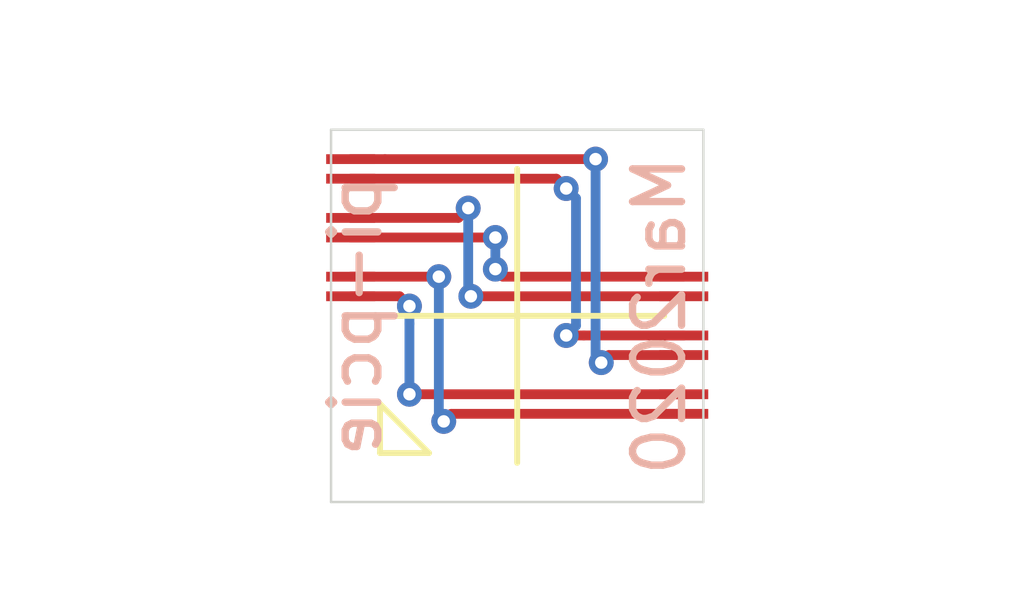
<source format=kicad_pcb>
(kicad_pcb (version 20171130) (host pcbnew 5.1.4+dfsg1-1)

  (general
    (thickness 1.6)
    (drawings 15)
    (tracks 44)
    (zones 0)
    (modules 12)
    (nets 7)
  )

  (page A4)
  (layers
    (0 F.Cu signal)
    (31 B.Cu signal)
    (34 B.Paste user)
    (35 F.Paste user)
    (36 B.SilkS user hide)
    (37 F.SilkS user hide)
    (38 B.Mask user)
    (39 F.Mask user)
    (44 Edge.Cuts user)
    (45 Margin user)
    (46 B.CrtYd user)
    (47 F.CrtYd user)
    (49 F.Fab user)
  )

  (setup
    (last_trace_width 0.2)
    (user_trace_width 0.2)
    (trace_clearance 0.2)
    (zone_clearance 0.508)
    (zone_45_only no)
    (trace_min 0.2)
    (via_size 0.255)
    (via_drill 0.254)
    (via_min_size 0.254)
    (via_min_drill 0.254)
    (user_via 0.255 0.254)
    (uvia_size 0.3)
    (uvia_drill 0.1)
    (uvias_allowed no)
    (uvia_min_size 0.2)
    (uvia_min_drill 0.1)
    (edge_width 0.05)
    (segment_width 0.2)
    (pcb_text_width 0.3)
    (pcb_text_size 1.5 1.5)
    (mod_edge_width 0.12)
    (mod_text_size 1 1)
    (mod_text_width 0.15)
    (pad_size 1.524 1.524)
    (pad_drill 0.762)
    (pad_to_mask_clearance 0.051)
    (solder_mask_min_width 0.25)
    (aux_axis_origin 80.2 60.2)
    (visible_elements FFFFFF7F)
    (pcbplotparams
      (layerselection 0x010fc_ffffffff)
      (usegerberextensions false)
      (usegerberattributes false)
      (usegerberadvancedattributes false)
      (creategerberjobfile false)
      (excludeedgelayer true)
      (linewidth 0.100000)
      (plotframeref false)
      (viasonmask false)
      (mode 1)
      (useauxorigin false)
      (hpglpennumber 1)
      (hpglpenspeed 20)
      (hpglpendiameter 15.000000)
      (psnegative false)
      (psa4output false)
      (plotreference true)
      (plotvalue true)
      (plotinvisibletext false)
      (padsonsilk false)
      (subtractmaskfromsilk false)
      (outputformat 1)
      (mirror false)
      (drillshape 1)
      (scaleselection 1)
      (outputdirectory ""))
  )

  (net 0 "")
  (net 1 /SSTX_PEXTX_P)
  (net 2 /SSTX_PEXTX_N)
  (net 3 /PEXRX_SSRX_P)
  (net 4 /PEXRX_SSRX_N)
  (net 5 /USB2D_PXECLK_P)
  (net 6 /USB2D_PXECLK_N)

  (net_class Default "This is the default net class."
    (clearance 0.2)
    (trace_width 0.2)
    (via_dia 0.255)
    (via_drill 0.254)
    (uvia_dia 0.3)
    (uvia_drill 0.1)
    (add_net /PEXRX_SSRX_N)
    (add_net /PEXRX_SSRX_P)
    (add_net /SSTX_PEXTX_N)
    (add_net /SSTX_PEXTX_P)
    (add_net /USB2D_PXECLK_N)
    (add_net /USB2D_PXECLK_P)
  )

  (module pi4-pcie-patch:PAD_0.2_1.0MM (layer F.Cu) (tedit 5E5C660F) (tstamp 5E5C7E90)
    (at 87.4 65.6)
    (path /5E5C9790)
    (fp_text reference TP22 (at 4.9 1.3) (layer F.Fab)
      (effects (font (size 1 1) (thickness 0.15)))
    )
    (fp_text value TestPoint (at -0.01 -1.21) (layer F.Fab) hide
      (effects (font (size 1 1) (thickness 0.15)))
    )
    (pad 1 smd rect (at 0 0) (size 1 0.2) (layers F.Cu F.Paste F.Mask)
      (net 6 /USB2D_PXECLK_N))
  )

  (module pi4-pcie-patch:PAD_0.2_1.0MM (layer F.Cu) (tedit 5E5C660F) (tstamp 5E5C7E9C)
    (at 87.4 66)
    (path /5E5C977A)
    (fp_text reference TP21 (at 5 2.2) (layer F.Fab)
      (effects (font (size 1 1) (thickness 0.15)))
    )
    (fp_text value TestPoint (at -0.01 -1.21) (layer F.Fab) hide
      (effects (font (size 1 1) (thickness 0.15)))
    )
    (pad 1 smd rect (at 0 0) (size 1 0.2) (layers F.Cu F.Paste F.Mask)
      (net 5 /USB2D_PXECLK_P))
  )

  (module pi4-pcie-patch:PAD_0.2_1.0MM (layer F.Cu) (tedit 5E5C660F) (tstamp 5E5C7E78)
    (at 87.4 63.2)
    (path /5E5C6549)
    (fp_text reference TP28 (at 5 -2.3) (layer F.Fab)
      (effects (font (size 1 1) (thickness 0.15)))
    )
    (fp_text value TestPoint (at -0.01 -1.21) (layer F.Fab) hide
      (effects (font (size 1 1) (thickness 0.15)))
    )
    (pad 1 smd rect (at 0 0) (size 1 0.2) (layers F.Cu F.Paste F.Mask)
      (net 4 /PEXRX_SSRX_N))
  )

  (module pi4-pcie-patch:PAD_0.2_1.0MM (layer F.Cu) (tedit 5E5C660F) (tstamp 5E5C7EA8)
    (at 87.4 63.6)
    (path /5E5C6533)
    (fp_text reference TP27 (at 5 -1.2) (layer F.Fab)
      (effects (font (size 1 1) (thickness 0.15)))
    )
    (fp_text value TestPoint (at -0.01 -1.21) (layer F.Fab) hide
      (effects (font (size 1 1) (thickness 0.15)))
    )
    (pad 1 smd rect (at 0 0) (size 1 0.2) (layers F.Cu F.Paste F.Mask)
      (net 3 /PEXRX_SSRX_P))
  )

  (module pi4-pcie-patch:PAD_0.2_1.0MM (layer F.Cu) (tedit 5E5C660F) (tstamp 5E5C7E84)
    (at 87.4 64.4)
    (path /5E5C5B5B)
    (fp_text reference TP25 (at 5 -0.6) (layer F.Fab)
      (effects (font (size 1 1) (thickness 0.15)))
    )
    (fp_text value TestPoint (at -0.01 -1.21) (layer F.Fab) hide
      (effects (font (size 1 1) (thickness 0.15)))
    )
    (pad 1 smd rect (at 0 0) (size 1 0.2) (layers F.Cu F.Paste F.Mask)
      (net 2 /SSTX_PEXTX_N))
  )

  (module pi4-pcie-patch:PAD_0.2_1.0MM (layer F.Cu) (tedit 5E5C660F) (tstamp 5E5C7E6C)
    (at 87.4 64.8)
    (path /5E5C521A)
    (fp_text reference TP24 (at 5 0.2) (layer F.Fab)
      (effects (font (size 1 1) (thickness 0.15)))
    )
    (fp_text value TestPoint (at -0.01 -1.21) (layer F.Fab) hide
      (effects (font (size 1 1) (thickness 0.15)))
    )
    (pad 1 smd rect (at 0 0) (size 1 0.2) (layers F.Cu F.Paste F.Mask)
      (net 1 /SSTX_PEXTX_P))
  )

  (module pi4-pcie-patch:PAD_0.2_1.0MM (layer F.Cu) (tedit 5E5C660F) (tstamp 5E5C7F6E)
    (at 80.6 63.6)
    (path /5E5C9786)
    (fp_text reference TP59 (at -4.6 4.6) (layer F.Fab)
      (effects (font (size 1 1) (thickness 0.15)))
    )
    (fp_text value TestPoint (at -0.01 -1.21) (layer F.Fab) hide
      (effects (font (size 1 1) (thickness 0.15)))
    )
    (pad 1 smd rect (at 0 0) (size 1 0.2) (layers F.Cu F.Paste F.Mask)
      (net 6 /USB2D_PXECLK_N))
  )

  (module pi4-pcie-patch:PAD_0.2_1.0MM (layer F.Cu) (tedit 5E5C660F) (tstamp 5E5C7ED8)
    (at 80.6 63.2)
    (path /5E5C9770)
    (fp_text reference TP58 (at -4.8 3.5) (layer F.Fab)
      (effects (font (size 1 1) (thickness 0.15)))
    )
    (fp_text value TestPoint (at -0.01 -1.21) (layer F.Fab) hide
      (effects (font (size 1 1) (thickness 0.15)))
    )
    (pad 1 smd rect (at 0 0) (size 1 0.2) (layers F.Cu F.Paste F.Mask)
      (net 5 /USB2D_PXECLK_P))
  )

  (module pi4-pcie-patch:PAD_0.2_1.0MM (layer F.Cu) (tedit 5E5C660F) (tstamp 5E5C80C4)
    (at 80.6 62.4)
    (path /5E5C653F)
    (fp_text reference TP56 (at -5.2 1.3) (layer F.Fab)
      (effects (font (size 1 1) (thickness 0.15)))
    )
    (fp_text value TestPoint (at -0.01 -1.21) (layer F.Fab) hide
      (effects (font (size 1 1) (thickness 0.15)))
    )
    (pad 1 smd rect (at 0 0) (size 1 0.2) (layers F.Cu F.Paste F.Mask)
      (net 4 /PEXRX_SSRX_N))
  )

  (module pi4-pcie-patch:PAD_0.2_1.0MM (layer F.Cu) (tedit 5E5C660F) (tstamp 5E5C7EC0)
    (at 80.6 62)
    (path /5E5C6529)
    (fp_text reference TP55 (at -5.1 0.2) (layer F.Fab)
      (effects (font (size 1 1) (thickness 0.15)))
    )
    (fp_text value TestPoint (at -0.01 -1.21) (layer F.Fab) hide
      (effects (font (size 1 1) (thickness 0.15)))
    )
    (pad 1 smd rect (at 0 0) (size 1 0.2) (layers F.Cu F.Paste F.Mask)
      (net 3 /PEXRX_SSRX_P))
  )

  (module pi4-pcie-patch:PAD_0.2_1.0MM (layer F.Cu) (tedit 5E5C660F) (tstamp 5E5C8094)
    (at 80.6 61.2)
    (path /5E5C5B51)
    (fp_text reference TP53 (at -3.8 -1.5) (layer F.Fab)
      (effects (font (size 1 1) (thickness 0.15)))
    )
    (fp_text value TestPoint (at -0.01 -1.21) (layer F.Fab) hide
      (effects (font (size 1 1) (thickness 0.15)))
    )
    (pad 1 smd rect (at 0 0) (size 1 0.2) (layers F.Cu F.Paste F.Mask)
      (net 2 /SSTX_PEXTX_N))
  )

  (module pi4-pcie-patch:PAD_0.2_1.0MM (layer F.Cu) (tedit 5E5C660F) (tstamp 5E5C7E60)
    (at 80.6 60.8)
    (path /5E5C4C41)
    (fp_text reference TP52 (at -4 -2.4) (layer F.Fab)
      (effects (font (size 1 1) (thickness 0.15)))
    )
    (fp_text value TestPoint (at -0.01 -1.21) (layer F.Fab) hide
      (effects (font (size 1 1) (thickness 0.15)))
    )
    (pad 1 smd rect (at 0 0) (size 1 0.2) (layers F.Cu F.Paste F.Mask)
      (net 1 /SSTX_PEXTX_P))
  )

  (gr_text pi-pcie (at 80.7 64 90) (layer B.SilkS)
    (effects (font (size 1 1) (thickness 0.15)) (justify mirror))
  )
  (gr_text Mar2020 (at 86.9 64 90) (layer B.SilkS)
    (effects (font (size 1 1) (thickness 0.15)) (justify mirror))
  )
  (gr_line (start 81.2 66.8) (end 82.2 66.8) (layer F.SilkS) (width 0.12) (tstamp 5E5C8971))
  (gr_line (start 81.2 65.8) (end 81.2 66.8) (layer F.SilkS) (width 0.12))
  (gr_line (start 82.2 66.8) (end 81.2 65.8) (layer F.SilkS) (width 0.12))
  (gr_text 60 (at 78.8 64) (layer F.Fab)
    (effects (font (size 1 1) (thickness 0.15)))
  )
  (gr_text 43 (at 84 59) (layer F.Fab)
    (effects (font (size 1 1) (thickness 0.15)))
  )
  (gr_text 26 (at 89.6 64) (layer F.Fab)
    (effects (font (size 1 1) (thickness 0.15)))
  )
  (gr_text 8 (at 84 69) (layer F.Fab)
    (effects (font (size 1 1) (thickness 0.15)))
  )
  (gr_line (start 84 61) (end 84 67) (layer F.SilkS) (width 0.12))
  (gr_line (start 81 64) (end 87 64) (layer F.SilkS) (width 0.12))
  (gr_line (start 87.8 60.2) (end 80.2 60.2) (layer Edge.Cuts) (width 0.05) (tstamp 5E5C695F))
  (gr_line (start 87.8 67.8) (end 87.8 60.2) (layer Edge.Cuts) (width 0.05))
  (gr_line (start 80.2 67.8) (end 87.8 67.8) (layer Edge.Cuts) (width 0.05))
  (gr_line (start 80.2 60.2) (end 80.2 67.8) (layer Edge.Cuts) (width 0.05))

  (segment (start 80.6 60.8) (end 81.3 60.8) (width 0.2) (layer F.Cu) (net 1))
  (via (at 85.6 60.8) (size 0.508) (drill 0.254) (layers F.Cu B.Cu) (net 1))
  (segment (start 81.3 60.8) (end 85.6 60.8) (width 0.2) (layer F.Cu) (net 1))
  (segment (start 85.6 60.8) (end 85.6 64.83833) (width 0.2) (layer B.Cu) (net 1))
  (segment (start 85.86969 64.8) (end 85.71568 64.95401) (width 0.2) (layer F.Cu) (net 1))
  (via (at 85.71568 64.95401) (size 0.508) (drill 0.254) (layers F.Cu B.Cu) (net 1))
  (segment (start 87.4 64.8) (end 85.86969 64.8) (width 0.2) (layer F.Cu) (net 1))
  (segment (start 85.6 64.83833) (end 85.71568 64.95401) (width 0.2) (layer B.Cu) (net 1))
  (via (at 85 61.4) (size 0.508) (drill 0.254) (layers F.Cu B.Cu) (net 2))
  (segment (start 80.6 61.2) (end 84.8 61.2) (width 0.2) (layer F.Cu) (net 2))
  (segment (start 84.8 61.2) (end 85 61.4) (width 0.2) (layer F.Cu) (net 2))
  (segment (start 85.2 61.6) (end 85.2 64.2) (width 0.2) (layer B.Cu) (net 2))
  (segment (start 85 61.4) (end 85.2 61.6) (width 0.2) (layer B.Cu) (net 2))
  (via (at 85 64.4) (size 0.508) (drill 0.254) (layers F.Cu B.Cu) (net 2))
  (segment (start 85.2 64.2) (end 85 64.4) (width 0.2) (layer B.Cu) (net 2))
  (segment (start 85.35921 64.4) (end 87.4 64.4) (width 0.2) (layer F.Cu) (net 2))
  (segment (start 85 64.4) (end 85.35921 64.4) (width 0.2) (layer F.Cu) (net 2))
  (via (at 83 61.8) (size 0.508) (drill 0.254) (layers F.Cu B.Cu) (net 3))
  (segment (start 83 61.8) (end 82.8 62) (width 0.2) (layer F.Cu) (net 3))
  (segment (start 82.8 62) (end 80.6 62) (width 0.2) (layer F.Cu) (net 3))
  (segment (start 83 61.8) (end 83 63.54599) (width 0.2) (layer B.Cu) (net 3))
  (segment (start 87.4 63.6) (end 83.05401 63.6) (width 0.2) (layer F.Cu) (net 3))
  (segment (start 83 63.54599) (end 83.05401 63.6) (width 0.2) (layer B.Cu) (net 3))
  (via (at 83.05401 63.6) (size 0.508) (drill 0.254) (layers F.Cu B.Cu) (net 3))
  (via (at 83.55401 63.04599) (size 0.508) (drill 0.254) (layers F.Cu B.Cu) (net 4))
  (segment (start 83.55401 63.04599) (end 83.55401 62.4) (width 0.2) (layer B.Cu) (net 4))
  (segment (start 87.4 63.2) (end 83.70802 63.2) (width 0.2) (layer F.Cu) (net 4))
  (segment (start 80.6 62.4) (end 83.55401 62.4) (width 0.2) (layer F.Cu) (net 4))
  (segment (start 83.70802 63.2) (end 83.55401 63.04599) (width 0.2) (layer F.Cu) (net 4))
  (via (at 83.55401 62.4) (size 0.508) (drill 0.254) (layers F.Cu B.Cu) (net 4))
  (via (at 82.4 63.2) (size 0.508) (drill 0.254) (layers F.Cu B.Cu) (net 5))
  (segment (start 82.4 63.2) (end 80.6 63.2) (width 0.2) (layer F.Cu) (net 5))
  (segment (start 82.4 63.2) (end 82.4 66.05401) (width 0.2) (layer B.Cu) (net 5))
  (segment (start 82.4 66.05401) (end 82.5 66.15401) (width 0.2) (layer B.Cu) (net 5))
  (segment (start 82.65401 66) (end 82.5 66.15401) (width 0.2) (layer F.Cu) (net 5))
  (segment (start 87.4 66) (end 82.65401 66) (width 0.2) (layer F.Cu) (net 5))
  (via (at 82.5 66.15401) (size 0.508) (drill 0.254) (layers F.Cu B.Cu) (net 5))
  (via (at 81.8 63.8) (size 0.508) (drill 0.254) (layers F.Cu B.Cu) (net 6))
  (segment (start 80.6 63.6) (end 81.6 63.6) (width 0.2) (layer F.Cu) (net 6))
  (segment (start 81.6 63.6) (end 81.8 63.8) (width 0.2) (layer F.Cu) (net 6))
  (segment (start 81.8 64.15921) (end 81.8 63.8) (width 0.2) (layer B.Cu) (net 6))
  (segment (start 81.8 65.6) (end 87.4 65.6) (width 0.2) (layer F.Cu) (net 6))
  (via (at 81.8 65.6) (size 0.508) (drill 0.254) (layers F.Cu B.Cu) (net 6))
  (segment (start 81.8 65.6) (end 81.8 64.15921) (width 0.2) (layer B.Cu) (net 6))

)

</source>
